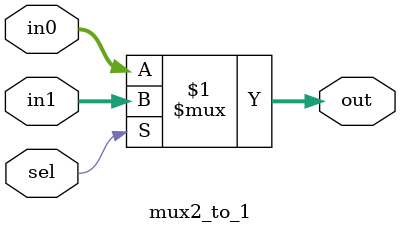
<source format=v>
module mux2_to_1 (in0, in1, sel, out);

 input [3:0] in0, in1;
 input sel;	
 output [3:0] out;
 assign out = sel ? in1 : in0;

endmodule

</source>
